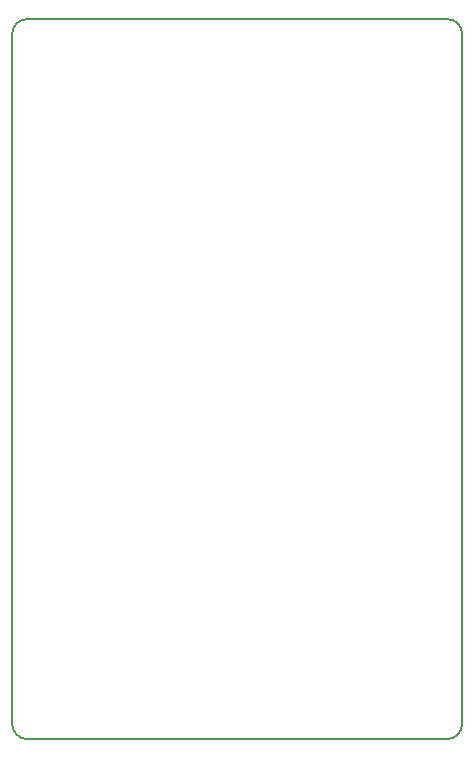
<source format=gm1>
G04 #@! TF.FileFunction,Profile,NP*
%FSLAX46Y46*%
G04 Gerber Fmt 4.6, Leading zero omitted, Abs format (unit mm)*
G04 Created by KiCad (PCBNEW 4.0.5) date 02/24/17 16:37:27*
%MOMM*%
%LPD*%
G01*
G04 APERTURE LIST*
%ADD10C,0.100000*%
%ADD11C,0.150000*%
G04 APERTURE END LIST*
D10*
D11*
X144780000Y-77470000D02*
G75*
G03X143510000Y-76200000I-1270000J0D01*
G01*
X143510000Y-137160000D02*
G75*
G03X144780000Y-135890000I0J1270000D01*
G01*
X144780000Y-77470000D02*
X144780000Y-135890000D01*
X107950000Y-76200000D02*
X143510000Y-76200000D01*
X107950000Y-137160000D02*
X143510000Y-137160000D01*
X106680000Y-135890000D02*
G75*
G03X107950000Y-137160000I1270000J0D01*
G01*
X107950000Y-76200000D02*
G75*
G03X106680000Y-77470000I0J-1270000D01*
G01*
X106680000Y-135890000D02*
X106680000Y-77470000D01*
M02*

</source>
